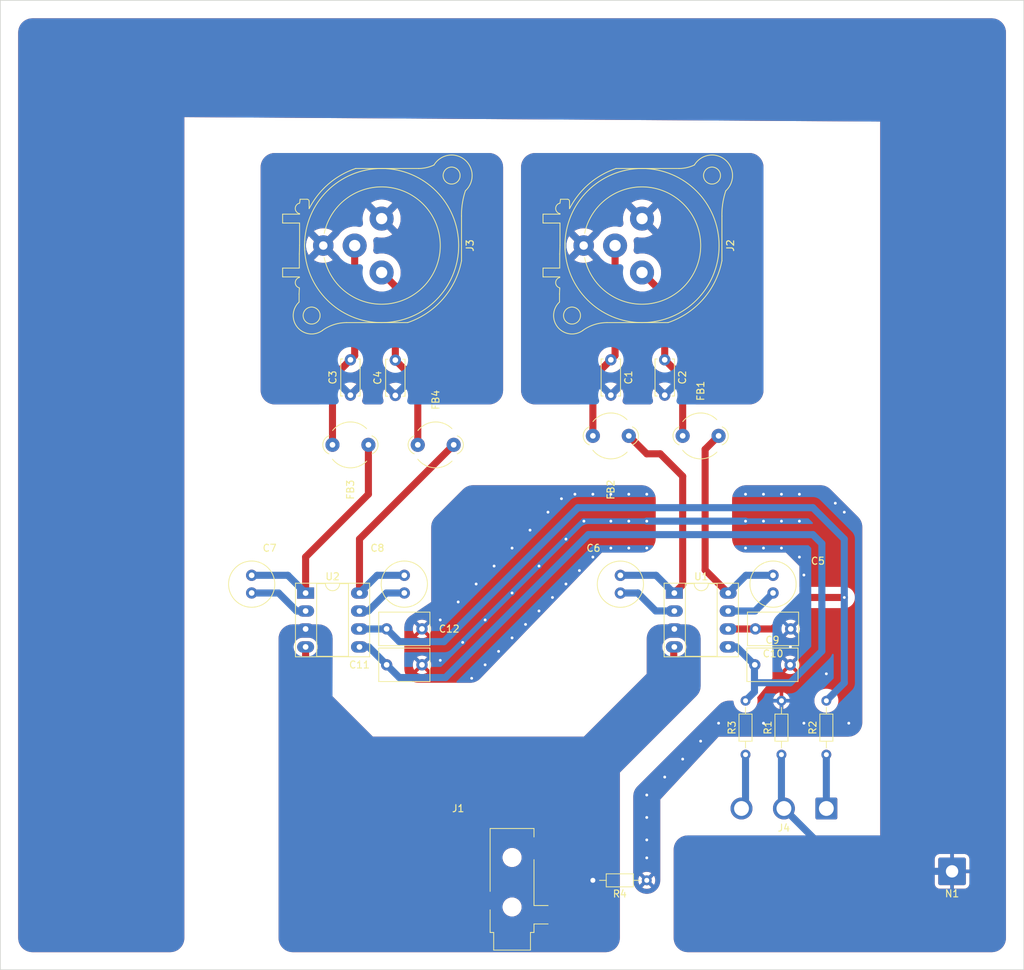
<source format=kicad_pcb>
(kicad_pcb (version 20211014) (generator pcbnew)
  (title_block (comment 4 "PCBWay Project ID: 23d67c96-e95e-47c2-b902-2d359d239f41"))
  (layers (0 "F.Cu" signal) (31 "B.Cu" signal) (34 "B.Paste" user) (35 "F.Paste" user) (36 "B.SilkS" user "B.Silkscreen") (37 "F.SilkS" user "F.Silkscreen") (38 "B.Mask" user) (39 "F.Mask" user) (44 "Edge.Cuts" user))
  (net 0 "")
  (net 1 "Net-(C5-Pad1)")
  (net 2 "Net-(C5-Pad2)")
  (net 3 "Net-(C6-Pad1)")
  (net 4 "Net-(C6-Pad2)")
  (net 5 "Net-(C7-Pad1)")
  (net 6 "Net-(C7-Pad2)")
  (net 7 "Net-(C8-Pad1)")
  (net 8 "Net-(C8-Pad2)")
  (net 9 "Net-(C1-Pad2)")
  (net 10 "Net-(C3-Pad1)")
  (net 11 "VEE")
  (net 12 "VCC")
  (net 13 "GNDA")
  (net 14 "Net-(C2-Pad1)")
  (net 15 "Net-(C1-Pad1)")
  (net 16 "Net-(C4-Pad2)")
  (net 17 "Net-(C3-Pad2)")
  (net 18 "Net-(J1-PadR)")
  (net 19 "Net-(J1-PadT)")
  (net 20 "PWR.GND")
  (net 21 "PWR.VCC")
  (net 22 "PWR.VEE")
  (net 23 "GNDPWR")
  (footprint "Ferrite_THT:LairdTech_28C0236-0JW-10" (layer "F.Cu") (at 77.47 99.695 180)
    (fp_text reference "FB3" (at 2.54 -6.35 90) (layer "F.SilkS"))
    (fp_text value "RF choke")
    (fp_arc (start 5.588 -1.27) (mid 6.447832 0) (end 5.588 1.27) (layer "F.SilkS") (width 0.12))
    (fp_arc (start 5.064465 2.019572) (mid 2.71878 3.227946) (end 0.254 2.286) (layer "F.SilkS") (width 0.12))
    (fp_arc (start 0.239932 -2.300068) (mid 2.71988 -3.24781) (end 5.08 -2.032) (layer "F.SilkS") (width 0.12))
    (fp_arc (start -0.508 1.27) (mid -1.367832 0) (end -0.508 -1.27) (layer "F.SilkS") (width 0.12))
    (pad "1" thru_hole circle (at 0 0 180) (size 2 2) (drill 0.8) (layers *.Cu *.Mask) (net 6 "Net-(C7-Pad2)"))
    (pad "2" thru_hole circle (at 5.08 0 180) (size 2 2) (drill 0.8) (layers *.Cu *.Mask) (net 17 "Net-(C3-Pad2)"))
  )
  (footprint "Ferrite_THT:LairdTech_28C0236-0JW-10" (layer "F.Cu") (at 89.535 99.695 180)
    (fp_text reference "FB4" (at 2.54 6.35 90) (layer "F.SilkS"))
    (fp_text value "RF choke")
    (fp_arc (start 5.064465 2.019572) (mid 2.71878 3.227946) (end 0.254 2.286) (layer "F.SilkS") (width 0.12))
    (fp_arc (start -0.508 1.27) (mid -1.367832 0) (end -0.508 -1.27) (layer "F.SilkS") (width 0.12))
    (fp_arc (start 0.239932 -2.300068) (mid 2.71988 -3.24781) (end 5.08 -2.032) (layer "F.SilkS") (width 0.12))
    (fp_arc (start 5.588 -1.27) (mid 6.447832 0) (end 5.588 1.27) (layer "F.SilkS") (width 0.12))
    (pad "1" thru_hole circle (at 0 0 180) (size 2 2) (drill 0.8) (layers *.Cu *.Mask) (net 8 "Net-(C8-Pad2)"))
    (pad "2" thru_hole circle (at 5.08 0 180) (size 2 2) (drill 0.8) (layers *.Cu *.Mask) (net 16 "Net-(C4-Pad2)"))
  )
  (footprint "Capacitor_THT:C_Rect_L7.0mm_W4.5mm_P5.00mm" (layer "F.Cu") (at 132.12 130.81)
    (fp_text reference "C9" (at 2.5 -3.5) (layer "F.SilkS"))
    (fp_text value "100nF")
    (fp_line (start -1.12 -2.37) (end -1.12 2.37) (layer "F.SilkS") (width 0.12))
    (fp_line (start -1.12 -2.37) (end 6.12 -2.37) (layer "F.SilkS") (width 0.12))
    (fp_line (start 6.12 -2.37) (end 6.12 2.37) (layer "F.SilkS") (width 0.12))
    (fp_line (start -1.12 2.37) (end 6.12 2.37) (layer "F.SilkS") (width 0.12))
    (pad "1" thru_hole circle (at 0 0) (size 1.6 1.6) (drill 0.8) (layers *.Cu *.Mask) (net 11 "VEE"))
    (pad "2" thru_hole circle (at 5 0) (size 1.6 1.6) (drill 0.8) (layers *.Cu *.Mask) (net 23 "GNDPWR"))
  )
  (footprint "Capacitor_THT:C_Rect_L7.0mm_W4.5mm_P5.00mm" (layer "F.Cu") (at 137.2 125.73 180)
    (fp_text reference "C10" (at 2.5 -3.5) (layer "F.SilkS"))
    (fp_text value "100nF")
    (fp_line (start -1.12 2.37) (end 6.12 2.37) (layer "F.SilkS") (width 0.12))
    (fp_line (start -1.12 -2.37) (end 6.12 -2.37) (layer "F.SilkS") (width 0.12))
    (fp_line (start 6.12 -2.37) (end 6.12 2.37) (layer "F.SilkS") (width 0.12))
    (fp_line (start -1.12 -2.37) (end -1.12 2.37) (layer "F.SilkS") (width 0.12))
    (pad "1" thru_hole circle (at 0 0 180) (size 1.6 1.6) (drill 0.8) (layers *.Cu *.Mask) (net 23 "GNDPWR"))
    (pad "2" thru_hole circle (at 5 0 180) (size 1.6 1.6) (drill 0.8) (layers *.Cu *.Mask) (net 12 "VCC"))
  )
  (footprint "Resistor_THT:R_Axial_DIN0204_L3.6mm_D1.6mm_P7.62mm_Horizontal" (layer "F.Cu") (at 130.81 143.51 90)
    (fp_text reference "R3" (at 3.81 -1.92 90) (layer "F.SilkS"))
    (fp_text value "0R")
    (fp_line (start 6.68 0) (end 5.73 0) (layer "F.SilkS") (width 0.12))
    (fp_line (start 0.94 0) (end 1.89 0) (layer "F.SilkS") (width 0.12))
    (fp_line (start 1.89 -0.92) (end 1.89 0.92) (layer "F.SilkS") (width 0.12))
    (fp_line (start 1.89 0.92) (end 5.73 0.92) (layer "F.SilkS") (width 0.12))
    (fp_line (start 5.73 0.92) (end 5.73 -0.92) (layer "F.SilkS") (width 0.12))
    (fp_line (start 5.73 -0.92) (end 1.89 -0.92) (layer "F.SilkS") (width 0.12))
    (pad "1" thru_hole circle (at 0 0 90) (size 1.4 1.4) (drill 0.7) (layers *.Cu *.Mask) (net 22 "PWR.VEE"))
    (pad "2" thru_hole oval (at 7.62 0 90) (size 1.4 1.4) (drill 0.7) (layers *.Cu *.Mask) (net 11 "VEE"))
  )
  (footprint "Capacitor_THT:C_Disc_D5.0mm_W2.5mm_P5.00mm" (layer "F.Cu") (at 81.28 92.71 90)
    (fp_text reference "C4" (at 2.5 -2.5 90) (layer "F.SilkS"))
    (fp_text value "100pF")
    (fp_line (start 5.12 -1.37) (end 5.12 -1.055) (layer "F.SilkS") (width 0.12))
    (fp_line (start 5.12 1.055) (end 5.12 1.37) (layer "F.SilkS") (width 0.12))
    (fp_line (start -0.12 1.055) (end -0.12 1.37) (layer "F.SilkS") (width 0.12))
    (fp_line (start -0.12 -1.37) (end -0.12 -1.055) (layer "F.SilkS") (width 0.12))
    (fp_line (start -0.12 1.37) (end 5.12 1.37) (layer "F.SilkS") (width 0.12))
    (fp_line (start -0.12 -1.37) (end 5.12 -1.37) (layer "F.SilkS") (width 0.12))
    (pad "1" thru_hole circle (at 0 0 90) (size 1.6 1.6) (drill 0.8) (layers *.Cu *.Mask) (net 10 "Net-(C3-Pad1)"))
    (pad "2" thru_hole circle (at 5 0 90) (size 1.6 1.6) (drill 0.8) (layers *.Cu *.Mask) (net 16 "Net-(C4-Pad2)"))
  )
  (footprint "Capacitor_THT:C_Disc_D5.0mm_W2.5mm_P5.00mm" (layer "F.Cu") (at 111.76 87.67 -90)
    (fp_text reference "C1" (at 2.5 -2.5 -270) (layer "F.SilkS"))
    (fp_text value "100pF")
    (fp_line (start 5.12 1.055) (end 5.12 1.37) (layer "F.SilkS") (width 0.12))
    (fp_line (start -0.12 1.37) (end 5.12 1.37) (layer "F.SilkS") (width 0.12))
    (fp_line (start -0.12 1.055) (end -0.12 1.37) (layer "F.SilkS") (width 0.12))
    (fp_line (start 5.12 -1.37) (end 5.12 -1.055) (layer "F.SilkS") (width 0.12))
    (fp_line (start -0.12 -1.37) (end -0.12 -1.055) (layer "F.SilkS") (width 0.12))
    (fp_line (start -0.12 -1.37) (end 5.12 -1.37) (layer "F.SilkS") (width 0.12))
    (pad "1" thru_hole circle (at 0 0 270) (size 1.6 1.6) (drill 0.8) (layers *.Cu *.Mask) (net 15 "Net-(C1-Pad1)"))
    (pad "2" thru_hole circle (at 5 0 270) (size 1.6 1.6) (drill 0.8) (layers *.Cu *.Mask) (net 9 "Net-(C1-Pad2)"))
  )
  (footprint "Connector_Wire:SolderWire-1.5sqmm_1x03_P6mm_D1.7mm_OD3mm" (layer "F.Cu") (at 142.24 151.13 180)
    (fp_text reference "J4" (at 6 -2.75) (layer "F.SilkS"))
    (fp_text value "PWR ENTRY")
    (pad "1" thru_hole roundrect (at 0 0 180) (size 3.1 3.1) (drill 2.1) (layers *.Cu *.Mask) (roundrect_rratio 0.08064483871) (net 21 "PWR.VCC"))
    (pad "2" thru_hole circle (at 6 0 180) (size 3.1 3.1) (drill 2.1) (layers *.Cu *.Mask) (net 20 "PWR.GND"))
    (pad "3" thru_hole circle (at 12 0 180) (size 3.1 3.1) (drill 2.1) (layers *.Cu *.Mask) (net 22 "PWR.VEE"))
  )
  (footprint "Capacitor_THT:C_Rect_L7.0mm_W4.5mm_P5.00mm" (layer "F.Cu") (at 80.05 130.81)
    (fp_text reference "C11" (at -3.85 0) (layer "F.SilkS"))
    (fp_text value "100nF")
    (fp_line (start 6.12 -2.37) (end 6.12 2.37) (layer "F.SilkS") (width 0.12))
    (fp_line (start -1.12 -2.37) (end 6.12 -2.37) (layer "F.SilkS") (width 0.12))
    (fp_line (start -1.12 -2.37) (end -1.12 2.37) (layer "F.SilkS") (width 0.12))
    (fp_line (start -1.12 2.37) (end 6.12 2.37) (layer "F.SilkS") (width 0.12))
    (pad "1" thru_hole circle (at 0 0) (size 1.6 1.6) (drill 0.8) (layers *.Cu *.Mask) (net 11 "VEE"))
    (pad "2" thru_hole circle (at 5 0) (size 1.6 1.6) (drill 0.8) (layers *.Cu *.Mask) (net 23 "GNDPWR"))
  )
  (footprint "Package_DIP:DIP-8_W7.62mm_Socket_LongPads" (layer "F.Cu") (at 120.74 120.66)
    (fp_text reference "U1" (at 3.81 -2.33) (layer "F.SilkS"))
    (fp_text value "THAT1646")
    (fp_line (start 1.56 8.95) (end 6.06 8.95) (layer "F.SilkS") (width 0.12))
    (fp_line (start 2.81 -1.33) (end 1.56 -1.33) (layer "F.SilkS") (width 0.12))
    (fp_line (start 6.06 8.95) (end 6.06 -1.33) (layer "F.SilkS") (width 0.12))
    (fp_line (start -1.44 -1.39) (end -1.44 9.01) (layer "F.SilkS") (width 0.12))
    (fp_line (start -1.44 9.01) (end 9.06 9.01) (layer "F.SilkS") (width 0.12))
    (fp_line (start 1.56 -1.33) (end 1.56 8.95) (layer "F.SilkS") (width 0.12))
    (fp_line (start 9.06 -1.39) (end -1.44 -1.39) (layer "F.SilkS") (width 0.12))
    (fp_line (start 9.06 9.01) (end 9.06 -1.39) (layer "F.SilkS") (width 0.12))
    (fp_line (start 6.06 -1.33) (end 4.81 -1.33) (layer "F.SilkS") (width 0.12))
    (fp_arc (start 4.81 -1.33) (mid 3.81 -0.33) (end 2.81 -1.33) (layer "F.SilkS") (width 0.12))
    (pad "1" thru_hole rect (at 0 0) (size 2.4 1.6) (drill 0.8) (layers *.Cu *.Mask) (net 4 "Net-(C6-Pad2)"))
    (pad "2" thru_hole oval (at 0 2.54) (size 2.4 1.6) (drill 0.8) (layers *.Cu *.Mask) (net 3 "Net-(C6-Pad1)"))
    (pad "3" thru_hole oval (at 0 5.08) (size 2.4 1.6) (drill 0.8) (layers *.Cu *.Mask) (net 13 "GNDA"))
    (pad "4" thru_hole oval (at 0 7.62) (size 2.4 1.6) (drill 0.8) (layers *.Cu *.Mask) (net 19 "Net-(J1-PadT)"))
    (pad "5" thru_hole oval (at 7.62 7.62) (size 2.4 1.6) (drill 0.8) (layers *.Cu *.Mask) (net 11 "VEE"))
    (pad "6" thru_hole oval (at 7.62 5.08) (size 2.4 1.6) (drill 0.8) (layers *.Cu *.Mask) (net 12 "VCC"))
    (pad "7" thru_hole oval (at 7.62 2.54) (size 2.4 1.6) (drill 0.8) (layers *.Cu *.Mask) (net 1 "Net-(C5-Pad1)"))
    (pad "8" thru_hole oval (at 7.62 0) (size 2.4 1.6) (drill 0.8) (layers *.Cu *.Mask) (net 2 "Net-(C5-Pad2)"))
  )
  (footprint "Resistor_THT:R_Axial_DIN0204_L3.6mm_D1.6mm_P7.62mm_Horizontal" (layer "F.Cu") (at 116.84 161.29 180)
    (fp_text reference "R4" (at 3.81 -1.92) (layer "F.SilkS"))
    (fp_text value "0R")
    (fp_line (start 5.73 0.92) (end 5.73 -0.92) (layer "F.SilkS") (width 0.12))
    (fp_line (start 1.89 -0.92) (end 1.89 0.92) (layer "F.SilkS") (width 0.12))
    (fp_line (start 6.68 0) (end 5.73 0) (layer "F.SilkS") (width 0.12))
    (fp_line (start 5.73 -0.92) (end 1.89 -0.92) (layer "F.SilkS") (width 0.12))
    (fp_line (start 0.94 0) (end 1.89 0) (layer "F.SilkS") (width 0.12))
    (fp_line (start 1.89 0.92) (end 5.73 0.92) (layer "F.SilkS") (width 0.12))
    (pad "1" thru_hole circle (at 0 0 180) (size 1.4 1.4) (drill 0.7) (layers *.Cu *.Mask) (net 23 "GNDPWR"))
    (pad "2" thru_hole oval (at 7.62 0 180) (size 1.4 1.4) (drill 0.7) (layers *.Cu *.Mask) (net 13 "GNDA"))
  )
  (footprint "Capacitor_THT:C_Disc_D5.0mm_W2.5mm_P5.00mm" (layer "F.Cu") (at 74.93 92.67 90)
    (fp_text reference "C3" (at 2.5 -2.5 90) (layer "F.SilkS"))
    (fp_text value "100pF")
    (fp_line (start -0.12 -1.37) (end 5.12 -1.37) (layer "F.SilkS") (width 0.12))
    (fp_line (start 5.12 1.055) (end 5.12 1.37) (layer "F.SilkS") (width 0.12))
    (fp_line (start -0.12 -1.37) (end -0.12 -1.055) (layer "F.SilkS") (width 0.12))
    (fp_line (start 5.12 -1.37) (end 5.12 -1.055) (layer "F.SilkS") (width 0.12))
    (fp_line (start -0.12 1.37) (end 5.12 1.37) (layer "F.SilkS") (width 0.12))
    (fp_line (start -0.12 1.055) (end -0.12 1.37) (layer "F.SilkS") (width 0.12))
    (pad "1" thru_hole circle (at 0 0 90) (size 1.6 1.6) (drill 0.8) (layers *.Cu *.Mask) (net 10 "Net-(C3-Pad1)"))
    (pad "2" thru_hole circle (at 5 0 90) (size 1.6 1.6) (drill 0.8) (layers *.Cu *.Mask) (net 17 "Net-(C3-Pad2)"))
  )
  (footprint "Capacitor_THT:C_Radial_D6.3mm_H11.0mm_P2.50mm" (layer "F.Cu") (at 113.11 120.66 90)
    (fp_text reference "C6" (at 6.35 -3.81 180) (layer "F.SilkS"))
    (fp_text value "10uF NP")
    (fp_circle (center 1.25 0) (end 4.52 0) (layer "F.SilkS") (width 0.12) (fill none))
    (pad "1" thru_hole circle (at 0 0 90) (size 1.6 1.6) (drill 0.8) (layers *.Cu *.Mask) (net 3 "Net-(C6-Pad1)"))
    (pad "2" thru_hole circle (at 2.5 0 90) (size 1.6 1.6) (drill 0.8) (layers *.Cu *.Mask) (net 4 "Net-(C6-Pad2)"))
  )
  (footprint "Resistor_THT:R_Axial_DIN0204_L3.6mm_D1.6mm_P7.62mm_Horizontal" (layer "F.Cu") (at 135.89 143.51 90)
    (fp_text reference "R1" (at 3.81 -1.92 90) (layer "F.SilkS"))
    (fp_text value "0R")
    (fp_line (start 1.89 0.92) (end 5.73 0.92) (layer "F.SilkS") (width 0.12))
    (fp_line (start 6.68 0) (end 5.73 0) (layer "F.SilkS") (width 0.12))
    (fp_line (start 5.73 -0.92) (end 1.89 -0.92) (layer "F.SilkS") (width 0.12))
    (fp_line (start 0.94 0) (end 1.89 0) (layer "F.SilkS") (width 0.12))
    (fp_line (start 5.73 0.92) (end 5.73 -0.92) (layer "F.SilkS") (width 0.12))
    (fp_line (start 1.89 -0.92) (end 1.89 0.92) (layer "F.SilkS") (width 0.12))
    (pad "1" thru_hole circle (at 0 0 90) (size 1.4 1.4) (drill 0.7) (layers *.Cu *.Mask) (net 20 "PWR.GND"))
    (pad "2" thru_hole oval (at 7.62 0 90) (size 1.4 1.4) (drill 0.7) (layers *.Cu *.Mask) (net 23 "GNDPWR"))
  )
  (footprint "Connector_Wire:SolderWire-1sqmm_1x01_D1.4mm_OD3.9mm" (layer "F.Cu") (at 160.02 160.02 180)
    (fp_text reference "N1" (at 0 -3.15) (layer "F.SilkS"))
    (fp_text value "CASE SHIELD")
    (pad "1" thru_hole roundrect (at 0 0 180) (size 3.9 3.9) (drill 1.75) (layers *.Cu *.Mask) (roundrect_rratio 0.06410307692) (net 20 "PWR.GND"))
  )
  (footprint "Capacitor_THT:C_Rect_L7.0mm_W4.5mm_P5.00mm" (layer "F.Cu") (at 85.05 125.73 180)
    (fp_text reference "C12" (at -3.85 0) (layer "F.SilkS"))
    (fp_text value "100nF")
    (fp_line (start 6.12 -2.37) (end 6.12 2.37) (layer "F.SilkS") (width 0.12))
    (fp_line (start -1.12 -2.37) (end 6.12 -2.37) (layer "F.SilkS") (width 0.12))
    (fp_line (start -1.12 2.37) (end 6.12 2.37) (layer "F.SilkS") (width 0.12))
    (fp_line (start -1.12 -2.37) (end -1.12 2.37) (layer "F.SilkS") (width 0.12))
    (pad "1" thru_hole circle (at 0 0 180) (size 1.6 1.6) (drill 0.8) (layers *.Cu *.Mask) (net 23 "GNDPWR"))
    (pad "2" thru_hole circle (at 5 0 180) (size 1.6 1.6) (drill 0.8) (layers *.Cu *.Mask) (net 12 "VCC"))
  )
  (footprint "Ferrite_THT:LairdTech_28C0236-0JW-10" (layer "F.Cu") (at 114.3 98.425 180)
    (fp_text reference "FB2" (at 2.54 -7.62 90) (layer "F.SilkS"))
    (fp_text value "RF choke")
    (fp_arc (start 5.588 -1.27) (mid 6.447832 0) (end 5.588 1.27) (layer "F.SilkS") (width 0.12))
    (fp_arc (start 0.239932 -2.300068) (mid 2.71988 -3.24781) (end 5.08 -2.032) (layer "F.SilkS") (width 0.12))
    (fp_arc (start 5.064465 2.019572) (mid 2.71878 3.227946) (end 0.254 2.286) (layer "F.SilkS") (width 0.12))
    (fp_arc (start -0.508 1.27) (mid -1.367832 0) (end -0.508 -1.27) (layer "F.SilkS") (width 0.12))
    (pad "1" thru_hole circle (at 0 0 180) (size 2 2) (drill 0.8) (layers *.Cu *.Mask) (net 4 "Net-(C6-Pad2)"))
    (pad "2" thru_hole circle (at 5.08 0 180) (size 2 2) (drill 0.8) (layers *.Cu *.Mask) (net 15 "Net-(C1-Pad1)"))
  )
  (footprint "Connector_Audio:Jack_XLR_Neutrik_NC3MAV_Vertical" (layer "F.Cu") (at 79.34 67.7 -90)
    (fp_text reference "J3" (at 3.81 -12.5 90) (layer "F.SilkS"))
    (fp_text value "Right Output")
    (fp_line (start 14.71 -3.67) (end 14.71 4.95) (layer "F.SilkS") (width 0.12))
    (fp_line (start 8.24 11.64) (end 8.33 11.64) (layer "F.SilkS") (width 0.12))
    (fp_line (start -7.09 3.67) (end -7.09 -5.24) (layer "F.SilkS") (width 0.12))
    (fp_line (start 7 11.64) (end 7 14) (layer "F.SilkS") (width 0.12))
    (fp_line (start 8.24 11.64) (end 8.24 14) (layer "F.SilkS") (width 0.12))
    (fp_line (start 9.96 11.64) (end 10.66 11.67) (layer "F.SilkS") (width 0.12))
    (fp_line (start -0.63 11.6) (end -0.63 14) (layer "F.SilkS") (width 0.12))
    (fp_line (start 3.76 11.6) (end 5 11.64) (layer "F.SilkS") (width 0.12))
    (fp_line (start 8.24 14) (end 7 14) (layer "F.SilkS") (width 0.12))
    (fp_line (start 9.79 11.64) (end 9.96 11.64) (layer "F.SilkS") (width 0.12))
    (fp_line (start -0.7 11.6) (end -0.63 11.6) (layer "F.SilkS") (width 0.12))
    (fp_line (start 10.66 11.67) (end 11.8 11.67) (layer "F.SilkS") (width 0.12))
    (fp_line (start -2.74 11.53) (end -2.18 11.6) (layer "F.SilkS") (width 0.12))
    (fp_line (start 5 11.64) (end 7 11.64) (layer "F.SilkS") (width 0.12))
    (fp_line (start -2.74 11.53) (end -2.74 10.55) (layer "F.SilkS") (width 0.12))
    (fp_line (start 0.63 11.6) (end 0.63 14) (layer "F.SilkS") (width 0.12))
    (fp_line (start 5.95 -11.3) (end -0.36 -11.3) (layer "F.SilkS") (width 0.12))
    (fp_line (start 0.63 11.6) (end 3.76 11.6) (layer "F.SilkS") (width 0.12))
    (fp_line (start -1.41 10.25) (end -2.44 10.25) (layer "F.SilkS") (width 0.12))
    (fp_line (start 0.63 14) (end -0.63 14) (layer "F.SilkS") (width 0.12))
    (fp_arc (start 5.963496 -11.297847) (mid 11.369395 -8.668013) (end 14.71 -3.67) (layer "F.SilkS") (width 0.12))
    (fp_arc (start -2.74 10.55) (mid -2.652132 10.337868) (end -2.44 10.25) (layer "F.SilkS") (width 0.12))
    (fp_arc (start -7.593301 -7.417041) (mid -8.329941 -11.745986) (end -3.94 -11.85) (layer "F.SilkS") (width 0.12))
    (fp_arc (start 9.789694 11.641238) (mid 9.059362 12.211864) (end 8.33 11.64) (layer "F.SilkS") (width 0.12))
    (fp_arc (start 15.818809 8.372281) (mid 15.361853 11.913053) (end 11.8 11.67) (layer "F.SilkS") (width 0.12))
    (fp_arc (start -1.409988 10.248445) (mid -4.895314 7.51641) (end -7.09 3.67) (layer "F.SilkS") (width 0.12))
    (fp_arc (start -7.585604 -7.412632) (mid -7.215472 -6.354221) (end -7.09 -5.24) (layer "F.SilkS") (width 0.12))
    (fp_arc (start 2.1 8.12) (mid 3.816114 -8.2981) (end 5.508033 8.122511) (layer "F.SilkS") (width 0.12))
    (fp_arc (start -0.36 -11.3) (mid -2.1728 -11.424322) (end -3.939109 -11.850762) (layer "F.SilkS") (width 0.12))
    (fp_arc (start -0.699936 11.599661) (mid -1.439828 12.213127) (end -2.18 11.6) (layer "F.SilkS") (width 0.12))
    (fp_arc (start 15.815277 8.372002) (mid 14.993173 6.748036) (end 14.71 4.95) (layer "F.SilkS") (width 0.12))
    (fp_circle (center 13.71 9.9) (end 14.91 9.9) (layer "F.SilkS") (width 0.12) (fill none))
    (fp_circle (center -6.09 -9.9) (end -4.89 -9.9) (layer "F.SilkS") (width 0.12) (fill none))
    (fp_circle (center 3.81 0) (end 14.71 0) (layer "F.SilkS") (width 0.12) (fill none))
    (pad "1" thru_hole circle (at 0 0 270) (size 3.4 3.4) (drill 1.6) (layers *.Cu *.Mask) (net 10 "Net-(C3-Pad1)"))
    (pad "2" thru_hole circle (at 7.62 0 270) (size 3.4 3.4) (drill 1.6) (layers *.Cu *.Mask) (net 16 "Net-(C4-Pad2)"))
    (pad "3" thru_hole circle (at 3.81 3.81 270) (size 3.4 3.4) (drill 1.6) (layers *.Cu *.Mask) (net 17 "Net-(C3-Pad2)"))
    (pad "G" thru_hole circle (at 3.81 8.25 270) (size 2.9 2.9) (drill 1.2) (layers *.Cu *.Mask) (net 10 "Net-(C3-Pad1)"))
  )
  (footprint "Resistor_THT:R_Axial_DIN0204_L3.6mm_D1.6mm_P7.62mm_Horizontal" (layer "F.Cu") (at 142.24 143.51 90)
    (fp_text reference "R2" (at 3.81 -1.92 90) (layer "F.SilkS"))
    (fp_text value "0R")
    (fp_line (start 6.68 0) (end 5.73 0) (layer "F.SilkS") (width 0.12))
    (fp_line (start 5.73 0.92) (end 5.73 -0.92) (layer "F.SilkS") (width 0.12))
    (fp_line (start 1.89 -0.92) (end 1.89 0.92) (layer "F.SilkS") (width 0.12))
    (fp_line (start 0.94 0) (end 1.89 0) (layer "F.SilkS") (width 0.12))
    (fp_line (start 5.73 -0.92) (end 1.89 -0.92) (layer "F.SilkS") (width 0.12))
    (fp_line (start 1.89 0.92) (end 5.73 0.92) (layer "F.SilkS") (width 0.12))
    (pad "1" thru_hole circle (at 0 0 90) (size 1.4 1.4) (drill 0.7) (layers *.Cu *.Mask) (net 21 "PWR.VCC"))
    (pad "2" thru_hole oval (at 7.62 0 90) (size 1.4 1.4) (drill 0.7) (layers *.Cu *.Mask) (net 12 "VCC"))
  )
  (footprint "Connector_Audio:Jack_3.5mm_CUI_SJ-3523-SMT_Horizontal" (layer "F.Cu") (at 97.79 162.56 180)
    (fp_text reference "J1" (at 7.62 11.43) (layer "F.SilkS"))
    (fp_text value "StereoIn")
    (fp_line (start 2.6 -8.6) (end 2.6 -6.1) (layer "F.SilkS") (width 0.12))
    (fp_line (start -2.6 -8.6) (end 2.6 -8.6) (layer "F.SilkS") (width 0.12))
    (fp_line (start -3.1 -2.3) (end -5.1 -2.3) (layer "F.SilkS") (width 0.12))
    (fp_line (start -3.1 4.2) (end -3.1 -2.3) (layer "F.SilkS") (width 0.12))
    (fp_line (start -2.6 -6.1) (end -2.6 -8.6) (layer "F.SilkS") (width 0.12))
    (fp_line (start 3.1 -6.1) (end 3.1 -2.9) (layer "F.SilkS") (width 0.12))
    (fp_line (start 2.6 -6.1) (end 3.1 -6.1) (layer "F.SilkS") (width 0.12))
    (fp_line (start -3.1 -4.9) (end -3.1 -6.1) (layer "F.SilkS") (width 0.12))
    (fp_line (start -3.1 8.6) (end -3.1 7.4) (layer "F.SilkS") (width 0.12))
    (fp_line (start -3.1 -6.1) (end -2.6 -6.1) (layer "F.SilkS") (width 0.12))
    (fp_line (start 3.1 8.6) (end -3.1 8.6) (layer "F.SilkS") (width 0.12))
    (fp_line (start 3.1 -0.3) (end 3.1 8.6) (layer "F.SilkS") (width 0.12))
    (fp_line (start -3.1 -4.9) (end -5.1 -4.9) (layer "F.SilkS") (width 0.12))
    (pad "" np_thru_hole circle (at 0 -2.5 180) (size 1.7 1.7) (drill 1.7) (layers *.Cu *.Mask))
    (pad "" np_thru_hole circle (at 0 4.5 180) (size 1.7 1.7) (drill 1.7) (layers *.Cu *.Mask))
    (pad "R" smd rect (at 3.7 -1.6 180) (size 2.8 2.2) (layers "F.Cu" "F.Paste" "F.Mask") (net 18 "Net-(J1-PadR)"))
    (pad "S" smd rect (at -3.7 -3.6 180) (size 2.8 2.2) (layers "F.Cu" "F.Paste" "F.Mask") (net 13 "GNDA"))
    (pad "T" smd rect (at -3.7 5.8 180) (size 2.8 2.8) (layers "F.Cu" "F.Paste" "F.Mask") (net 19 "Net-(J1-PadT)"))
  )
  (footprint "Capacitor_THT:C_Disc_D5.0mm_W2.5mm_P5.00mm" (layer "F.Cu") (at 119.38 87.67 -90)
    (fp_text reference "C2" (at 2.5 -2.5 -270) (layer "F.SilkS"))
    (fp_text value "100pF")
    (fp_line (start -0.12 1.055) (end -0.12 1.37) (layer "F.SilkS") (width 0.12))
    (fp_line (start -0.12 -1.37) (end -0.12 -1.055) (layer "F.SilkS") (width 0.12))
    (fp_line (start -0.12 -1.37) (end 5.12 -1.37) (layer "F.SilkS") (width 0.12))
    (fp_line (start -0.12 1.37) (end 5.12 1.37) (layer "F.SilkS") (width 0.12))
    (fp_line (start 5.12 -1.37) (end 5.12 -1.055) (layer "F.SilkS") (width 0.12))
    (fp_line (start 5.12 1.055) (end 5.12 1.37) (layer "F.SilkS") (width 0.12))
    (pad "1" thru_hole circle (at 0 0 270) (size 1.6 1.6) (drill 0.8) (layers *.Cu *.Mask) (net 14 "Net-(C2-Pad1)"))
    (pad "2" thru_hole circle (at 5 0 270) (size 1.6 1.6) (drill 0.8) (layers *.Cu *.Mask) (net 9 "Net-(C1-Pad2)"))
  )
  (footprint "Capacitor_THT:C_Radial_D6.3mm_H11.0mm_P2.50mm" (layer "F.Cu") (at 82.55 120.65 90)
    (fp_text reference "C8" (at 6.35 -3.81 180) (layer "F.SilkS"))
    (fp_text value "10uF NP")
    (fp_circle (center 1.25 0) (end 4.52 0) (layer "F.SilkS") (width 0.12) (fill none))
    (pad "1" thru_hole circle (at 0 0 90) (size 1.6 1.6) (drill 0.8) (layers *.Cu *.Mask) (net 7 "Net-(C8-Pad1)"))
    (pad "2" thru_hole circle (at 2.5 0 90) (size 1.6 1.6) (drill 0.8) (layers *.Cu *.Mask) (net 8 "Net-(C8-Pad2)"))
  )
  (footprint "Capacitor_THT:C_Radial_D6.3mm_H11.0mm_P2.50mm" (layer "F.Cu") (at 60.96 120.65 90)
    (fp_text reference "C7" (at 6.35 2.54 180) (layer "F.SilkS"))
    (fp_text value "10uF NP")
    (fp_circle (center 1.25 0) (end 4.52 0) (layer "F.SilkS") (width 0.12) (fill none))
    (pad "1" thru_hole circle (at 0 0 90) (size 1.6 1.6) (drill 0.8) (layers *.Cu *.Mask) (net 5 "Net-(C7-Pad1)"))
    (pad "2" thru_hole circle (at 2.5 0 90) (size 1.6 1.6) (drill 0.8) (layers *.Cu *.Mask) (net 6 "Net-(C7-Pad2)"))
  )
  (footprint "Package_DIP:DIP-8_W7.62mm_Socket_LongPads" (layer "F.Cu") (at 68.59 120.66)
    (fp_text reference "U2" (at 3.81 -2.33) (layer "F.SilkS"))
    (fp_text value "THAT1646")
    (fp_line (start 9.06 9.01) (end 9.06 -1.39) (layer "F.SilkS") (width 0.12))
    (fp_line (start 1.56 -1.33) (end 1.56 8.95) (layer "F.SilkS") (width 0.12))
    (fp_line (start 6.06 -1.33) (end 4.81 -1.33) (layer "F.SilkS") (width 0.12))
    (fp_line (start 6.06 8.95) (end 6.06 -1.33) (layer "F.SilkS") (width 0.12))
    (fp_line (start 2.81 -1.33) (end 1.56 -1.33) (layer "F.SilkS") (width 0.12))
    (fp_line (start 1.56 8.95) (end 6.06 8.95) (layer "F.SilkS") (width 0.12))
    (fp_line (start 9.06 -1.39) (end -1.44 -1.39) (layer "F.SilkS") (width 0.12))
    (fp_line (start -1.44 -1.39) (end -1.44 9.01) (layer "F.SilkS") (width 0.12))
    (fp_line (start -1.44 9.01) (end 9.06 9.01) (layer "F.SilkS") (width 0.12))
    (fp_arc (start 4.81 -1.33) (mid 3.81 -0.33) (end 2.81 -1.33) (layer "F.SilkS") (width 0.12))
    (pad "1" thru_hole rect (at 0 0) (size 2.4 1.6) (drill 0.8) (layers *.Cu *.Mask) (net 6 "Net-(C7-Pad2)"))
    (pad "2" thru_hole oval (at 0 2.54) (size 2.4 1.6) (drill 0.8) (layers *.Cu *.Mask) (net 5 "Net-(C7-Pad1)"))
    (pad "3" thru_hole oval (at 0 5.08) (size 2.4 1.6) (drill 0.8) (layers *.Cu *.Mask) (net 13 "GNDA"))
    (pad "4" thru_hole oval (at 0 7.62) (size 2.4 1.6) (drill 0.8) (layers *.Cu *.Mask) (net 18 "Net-(J1-PadR)"))
    (pad "5" thru_hole oval (at 7.62 7.62) (size 2.4 1.6) (drill 0.8) (layers *.Cu *.Mask) (net 11 "VEE"))
    (pad "6" thru_hole oval (at 7.62 5.08) (size 2.4 1.6) (drill 0.8) (layers *.Cu *.Mask) (net 12 "VCC"))
    (pad "7" thru_hole oval (at 7.62 2.54) (size 2.4 1.6) (drill 0.8) (layers *.Cu *.Mask) (net 7 "Net-(C8-Pad1)"))
    (pad "8" thru_hole oval (at 7.62 0) (size 2.4 1.6) (drill 0.8) (layers *.Cu *.Mask) (net 8 "Net-(C8-Pad2)"))
  )
  (footprint "Ferrite_THT:LairdTech_28C0236-0JW-10" (layer "F.Cu") (at 127 98.425 180)
    (fp_text reference "FB1" (at 2.54 6.35 90) (layer "F.SilkS"))
    (fp_text value "RF choke")
    (fp_arc (start -0.508 1.27) (mid -1.367832 0) (end -0.508 -1.27) (layer "F.SilkS") (width 0.12))
    (fp_arc (start 5.064465 2.019572) (mid 2.71878 3.227946) (end 0.254 2.286) (layer "F.SilkS") (width 0.12))
    (fp_arc (start 0.239932 -2.300068) (mid 2.71988 -3.24781) (end 5.08 -2.032) (layer "F.SilkS") (width 0.12))
    (fp_arc (start 5.588 -1.27) (mid 6.447832 0) (end 5.588 1.27) (layer "F.SilkS") (width 0.12))
    (pad "1" thru_hole circle (at 0 0 180) (size 2 2) (drill 0.8) (layers *.Cu *.Mask) (net 2 "Net-(C5-Pad2)"))
    (pad "2" thru_hole circle (at 5.08 0 180) (size 2 2) (drill 0.8) (layers *.Cu *.Mask) (net 14 "Net-(C2-Pad1)"))
  )
  (footprint "Capacitor_THT:C_Radial_D6.3mm_H11.0mm_P2.50mm" (layer "F.Cu") (at 134.7 120.65 90)
    (fp_text reference "C5" (at 4.52 6.35 180) (layer "F.SilkS"))
    (fp_text value "10uF NP")
    (fp_circle (center 1.25 0) (end 4.52 0) (layer "F.SilkS") (width 0.12) (fill none))
    (pad "1" thru_hole circle (at 0 0 90) (size 1.6 1.6) (drill 0.8) (layers *.Cu *.Mask) (net 1 "Net-(C5-Pad1)"))
    (pad "2" thru_hole circle (at 2.5 0 90) (size 1.6 1.6) (drill 0.8) (layers *.Cu *.Mask) (net 2 "Net-(C5-Pad2)"))
  )
  (footprint "Connector_Audio:Jack_XLR_Neutrik_NC3MAV_Vertical" (layer "F.Cu") (at 116.17 67.7 -90)
    (fp_text reference "J2" (at 3.81 -12.5 90) (layer "F.SilkS"))
    (fp_text value "Left Output")
    (fp_line (start 3.76 11.6) (end 5 11.64) (layer "F.SilkS") (width 0.12))
    (fp_line (start 9.79 11.64) (end 9.96 11.64) (layer "F.SilkS") (width 0.12))
    (fp_line (start 8.24 11.64) (end 8.24 14) (layer "F.SilkS") (width 0.12))
    (fp_line (start 8.24 11.64) (end 8.33 11.64) (layer "F.SilkS") (width 0.12))
    (fp_line (start -0.63 11.6) (end -0.63 14) (layer "F.SilkS") (width 0.12))
    (fp_line (start -2.74 11.53) (end -2.18 11.6) (layer "F.SilkS") (width 0.12))
    (fp_line (start -2.74 11.53) (end -2.74 10.55) (layer "F.SilkS") (width 0.12))
    (fp_line (start 7 11.64) (end 7 14) (layer "F.SilkS") (width 0.12))
    (fp_line (start 5 11.64) (end 7 11.64) (layer "F.SilkS") (width 0.12))
    (fp_line (start 0.63 14) (end -0.63 14) (layer "F.SilkS") (width 0.12))
    (fp_line (start 0.63 11.6) (end 3.76 11.6) (layer "F.SilkS") (width 0.12))
    (fp_line (start 0.63 11.6) (end 0.63 14) (layer "F.SilkS") (width 0.12))
    (fp_line (start 14.71 -3.67) (end 14.71 4.95) (layer "F.SilkS") (width 0.12))
    (fp_line (start -0.7 11.6) (end -0.63 11.6) (layer "F.SilkS") (width 0.12))
    (fp_line (start 10.66 11.67) (end 11.8 11.67) (layer "F.SilkS") (width 0.12))
    (fp_line (start -1.41 10.25) (end -2.44 10.25) (layer "F.SilkS") (width 0.12))
    (fp_line (start 9.96 11.64) (end 10.66 11.67) (layer "F.SilkS") (width 0.12))
    (fp_line (start 5.95 -11.3) (end -0.36 -11.3) (layer "F.SilkS") (width 0.12))
    (fp_line (start -7.09 3.67) (end -7.09 -5.24) (layer "F.SilkS") (width 0.12))
    (fp_line (start 8.24 14) (end 7 14) (layer "F.SilkS") (width 0.12))
    (fp_arc (start -2.74 10.55) (mid -2.652132 10.337868) (end -2.44 10.25) (layer "F.SilkS") (width 0.12))
    (fp_arc (start -1.409988 10.248445) (mid -4.895314 7.51641) (end -7.09 3.67) (layer "F.SilkS") (width 0.12))
    (fp_arc (start 15.818809 8.372281) (mid 15.361853 11.913053) (end 11.8 11.67) (layer "F.SilkS") (width 0.12))
    (fp_arc (start -7.585604 -7.412632) (mid -7.215472 -6.354221) (end -7.09 -5.24) (layer "F.SilkS") (width 0.12))
    (fp_arc (start 15.815277 8.372002) (mid 14.993173 6.748036) (end 14.71 4.95) (layer "F.SilkS") (width 0.12))
    (fp_arc (start 9.789694 11.641238) (mid 9.059362 12.211864) (end 8.33 11.64) (layer "F.SilkS") (width 0.12))
    (fp_arc (start -0.36 -11.3) (mid -2.1728 -11.424322) (end -3.939109 -11.850762) (layer "F.SilkS") (width 0.12))
    (fp_arc (start 5.963496 -11.297847) (mid 11.369395 -8.668013) (end 14.71 -3.67) (layer "F.SilkS") (width 0.12))
    (fp_arc (start 2.1 8.12) (mid 3.816114 -8.2981) (end 5.508033 8.122511) (layer "F.SilkS") (width 0.12))
    (fp_arc (start -7.593301 -7.417041) (mid -8.329941 -11.745986) (end -3.94 -11.85) (layer "F.SilkS") (width 0.12))
    (fp_arc (start -0.699936 11.599661) (mid -1.439828 12.213127) (end -2.18 11.6) (layer "F.SilkS") (width 0.12))
    (fp_circle (center 3.81 0) (end 14.71 0) (layer "F.SilkS") (width 0.12) (fill none))
    (fp_circle (center 13.71 9.9) (end 14.91 9.9) (layer "F.SilkS") (width 0.12) (fill none))
    (fp_circle (center -6.09 -9.9) (end -4.89 -9.9) (layer "F.SilkS") (width 0.12) (fill none))
    (pad "1" thru_hole circle (at 0 0 270) (size 3.4 3.4) (drill 1.6) (layers *.Cu *.Mask) (net 9 "Net-(C1-Pad2)"))
    (pad "2" thru_hole circle (at 7.62 0 270) (size 3.4 3.4) (drill 1.6) (layers *.Cu *.Mask) (net 14 "Net-(C2-Pad1)"))
    (pad "3" thru_hole circle (at 3.81 3.81 270) (size 3.4 3.4) (drill 1.6) (layers *.Cu *.Mask) (net 15 "Net-(C1-Pad1)"))
    (pad "G" thru_hole circle (at 3.81 8.25 270) (size 2.9 2.9) (drill 1.2) (layers *.Cu *.Mask) (net 9 "Net-(C1-Pad2)"))
  )
  (gr_rect (start 170.165 36.83) (end 25.415 173.93) (layer "Edge.Cuts") (width 0.1) (fill none))
  (segment (start 132.15 123.2) (end 128.36 123.2) (width 1) (layer "B.Cu") (net 1))
  (segment (start 134.7 120.65) (end 132.15 123.2) (width 1) (layer "B.Cu") (net 1))
  (segment (start 125.095 117.395) (end 125.095 100.33) (width 1) (layer "F.Cu") (net 2))
  (segment (start 125.095 100.33) (end 127 98.425) (width 1) (layer "F.Cu") (net 2))
  (segment (start 128.36 120.66) (end 125.095 117.395) (width 1) (layer "F.Cu") (net 2))
  (segment (start 130.87 118.15) (end 128.36 120.66) (width 1) (layer "B.Cu") (net 2))
  (segment (start 134.7 118.15) (end 130.87 118.15) (width 1) (layer "B.Cu") (net 2))
  (segment (start 120.65 123.19) (end 118.11 123.19) (width 1) (layer "B.Cu") (net 3))
  (segment (start 115.56 120.64) (end 115.55 120.65) (width 1) (layer "B.Cu") (net 3))
  (segment (start 115.55 120.65) (end 113.02 120.65) (width 1) (layer "B.Cu") (net 3))
  (segment (start 118.11 123.19) (end 115.56 120.64) (width 1) (layer "B.Cu") (net 3))
  (segment (start 114.3 98.425) (end 116.84 100.965) (width 1) (layer "F.Cu") (net 4))
  (segment (start 118.745 100.965) (end 121.92 104.14) (width 1) (layer "F.Cu") (net 4))
  (segment (start 121.92 119.48) (end 120.74 120.66) (width 1) (layer "F.Cu") (net 4))
  (segment (start 116.84 100.965) (end 118.745 100.965) (width 1) (layer "F.Cu") (net 4))
  (segment (start 121.92 104.14) (end 121.92 119.48) (width 1) (layer "F.Cu") (net 4))
  (segment (start 113.02 118.15) (end 118.15 118.15) (width 1) (layer "B.Cu") (net 4))
  (segment (start 118.15 118.15) (end 120.65 120.65) (width 1) (layer "B.Cu") (net 4))
  (segment (start 67.32 123.2) (end 68.59 123.2) (width 1) (layer "B.Cu") (net 5))
  (segment (start 60.96 120.65) (end 64.77 120.65) (width 1) (layer "B.Cu") (net 5))
  (segment (start 64.77 120.65) (end 67.32 123.2) (width 1) (layer "B.Cu") (net 5))
  (segment (start 77.47 99.695) (end 77.47 106.68) (width 1) (layer "F.Cu") (net 6))
  (segment (start 68.59 115.56) (end 68.59 120.66) (width 1) (layer "F.Cu") (net 6))
  (segment (start 77.47 106.68) (end 68.59 115.56) (width 1) (layer "F.Cu") (net 6))
  (segment (start 66.08 118.15) (end 68.59 120.66) (width 1) (layer "B.Cu") (net 6))
  (segment (start 60.96 118.15) (end 66.08 118.15) (width 1) (layer "B.Cu") (net 6))
  (segment (start 76.21 123.2) (end 77.46 123.2) (width 1) (layer "B.Cu") (net 7))
  (segment (start 80.01 120.65) (end 82.55 120.65) (width 1) (layer "B.Cu") (net 7))
  (segment (start 77.46 123.2) (end 80.01 120.65) (width 1) (layer "B.Cu") (net 7))
  (segment (start 89.535 99.695) (end 76.21 113.02) (width 1) (layer "F.Cu") (net 8))
  (segment (start 76.21 113.02) (end 76.21 120.66) (width 1) (layer "F.Cu") (net 8))
  (segment (start 76.21 120.66) (end 78.72 118.15) (width 1) (layer "B.Cu") (net 8))
  (segment (start 78.72 118.15) (end 82.55 118.15) (width 1) (layer "B.Cu") (net 8))
  (segment (start 81.849511 132.609511) (end 88.370489 132.609511) (width 1) (layer "B.Cu") (net 11))
  (segment (start 141.605 128.869894) (end 137.129894 133.345) (width 1) (layer "B.Cu") (net 11))
  (segment (start 88.370489 132.609511) (end 108.585 112.395) (width 1) (layer "B.Cu") (net 11))
  (segment (start 80.05 130.81) (end 81.849511 132.609511) (width 1) (layer "B.Cu") (net 11))
  (segment (start 129.545 128.28) (end 132.075 130.81) (width 1) (layer "B.Cu") (net 11))
  (segment (start 141.605 113.665) (end 141.605 128.869894) (width 1) (layer "B.Cu") (net 11))
  (segment (start 76.21 128.28) (end 77.52 128.28) (width 1) (layer "B.Cu") (net 11))
  (segment (start 128.275 128.28) (end 129.545 128.28) (width 1) (layer "B.Cu") (net 11))
  (segment (start 108.585 112.395) (end 140.335 112.395) (width 1) (layer "B.Cu") (net 11))
  (segment (start 140.335 112.395) (end 141.605 113.665) (width 1) (layer "B.Cu") (net 11))
  (segment (start 132.08 134.62) (end 130.81 135.89) (width 1) (layer "B.Cu") (net 11))
  (segment (start 132.075 130.81) (end 132.075 134.62) (width 1) (layer "B.Cu") (net 11))
  (segment (start 77.52 128.28) (end 80.05 130.81) (width 1) (layer "B.Cu") (net 11))
  (segment (start 137.129894 133.345) (end 132.075 133.345) (width 1) (layer "B.Cu") (net 11))
  (segment (start 144.78 121.285) (end 139.100106 121.285) (width 1) (layer "F.Cu") (net 12))
  (segment (start 134.645106 125.74) (end 128.36 125.74) (width 1) (layer "F.Cu") (net 12))
  (segment (start 139.100106 121.285) (end 134.645106 125.74) (width 1) (layer "F.Cu") (net 12))
  (via (at 144.78 121.285) (size 0.8) (drill 0.4) (layers "F.Cu" "B.Cu") (net 12))
  (segment (start 144.78 121.285) (end 144.78 133.35) (width 1) (layer "B.Cu") (net 12))
  (segment (start 144.78 133.35) (end 142.24 135.89) (width 1) (layer "B.Cu") (net 12))
  (segment (start 140.335 108.585) (end 144.78 113.03) (width 1) (layer "B.Cu") (net 12))
  (segment (start 88.159511 127.529511) (end 107.104022 108.585) (width 1) (layer "B.Cu") (net 12))
  (segment (start 76.21 125.74) (end 80.04 125.74) (width 1) (layer "B.Cu") (net 12))
  (segment (start 81.849511 127.529511) (end 88.159511 127.529511) (width 1) (layer "B.Cu") (net 12))
  (segment (start 107.104022 108.585) (end 140.335 108.585) (width 1) (layer "B.Cu") (net 12))
  (segment (start 144.78 113.03) (end 144.78 121.285) (width 1) (layer "B.Cu") (net 12))
  (segment (start 80.04 125.74) (end 80.05 125.73) (width 1) (layer "B.Cu") (net 12))
  (segment (start 80.05 125.73) (end 81.849511 127.529511) (width 1) (layer "B.Cu") (net 12))
  (segment (start 68.59 125.74) (end 68.994905 125.74) (width 1) (layer "F.Cu") (net 13))
  (segment (start 101.81 166.16) (end 101.49 166.16) (width 1) (layer "F.Cu") (net 13))
  (segment (start 116.17 75.32) (end 119.38 78.53) (width 1) (layer "F.Cu") (net 14))
  (segment (start 119.38 87.67) (end 121.92 90.21) (width 1) (layer "F.Cu") (net 14))
  (segment (start 119.38 78.53) (end 119.38 87.67) (width 1) (layer "F.Cu") (net 14))
  (segment (start 121.92 90.21) (end 121.92 98.425) (width 1) (layer "F.Cu") (net 14))
  (segment (start 112.36 87.07) (end 111.76 87.67) (width 1) (layer "F.Cu") (net 15))
  (segment (start 111.76 87.67) (end 109.22 90.21) (width 1) (layer "F.Cu") (net 15))
  (segment (start 109.22 90.21) (end 109.22 98.425) (width 1) (layer "F.Cu") (net 15))
  (segment (start 112.36 71.51) (end 112.36 87.07) (width 1) (layer "F.Cu") (net 15))
  (segment (start 79.34 75.32) (end 81.28 77.26) (width 1) (layer "F.Cu") (net 16))
  (segment (start 81.28 87.71) (end 84.455 90.885) (width 1) (layer "F.Cu") (net 16))
  (segment (start 81.28 77.26) (end 81.28 87.71) (width 1) (layer "F.Cu") (net 16))
  (segment (start 84.455 90.885) (end 84.455 99.695) (width 1) (layer "F.Cu") (net 16))
  (segment (start 75.53 71.51) (end 75.53 87.07) (width 1) (layer "F.Cu") (net 17))
  (segment (start 75.53 87.07) (end 74.93 87.67) (width 1) (layer "F.Cu") (net 17))
  (segment (start 74.93 87.67) (end 72.39 90.21) (width 1) (layer "F.Cu") (net 17))
  (segment (start 72.39 90.21) (end 72.39 99.695) (width 1) (layer "F.Cu") (net 17))
  (segment (start 80.34 164.16) (end 68.58 152.4) (width 1) (layer "F.Cu") (net 18))
  (segment (start 68.59 152.39) (end 68.59 128.28) (width 1) (layer "F.Cu") (net 18))
  (segment (start 68.58 152.4) (end 68.59 152.39) (width 1) (layer "F.Cu") (net 18))
  (segment (start 94.09 164.16) (end 80.34 164.16) (width 1) (layer "F.Cu") (net 18))
  (segment (start 101.49 152.51) (end 120.66 133.34) (width 1) (layer "F.Cu") (net 19))
  (segment (start 120.66 133.34) (end 120.66 128.28) (width 1) (layer "F.Cu") (net 19))
  (segment (start 101.49 156.76) (end 101.49 152.51) (width 1) (layer "F.Cu") (net 19))
  (segment (start 135.89 150.78) (end 136.24 151.13) (width 1) (layer "B.Cu") (net 20))
  (segment (start 135.89 143.51) (end 135.89 150.78) (width 1) (layer "B.Cu") (net 20))
  (segment (start 145.13 160.02) (end 160.02 160.02) (width 1) (layer "B.Cu") (net 20))
  (segment (start 136.24 151.13) (end 145.13 160.02) (width 1) (layer "B.Cu") (net 20))
  (segment (start 142.24 143.51) (end 142.24 149.86) (width 1) (layer "B.Cu") (net 21))
  (segment (start 130.81 143.51) (end 130.81 150.56) (width 1) (layer "B.Cu") (net 22))
  (segment (start 130.81 150.56) (end 130.24 151.13) (width 1) (layer "B.Cu") (net 22))
  (via (at 116.84 149.225) (size 0.8) (drill 0.4) (layers "F.Cu" "B.Cu") (net 23))
  (via (at 93.98 124.46) (size 0.8) (drill 0.4) (layers "F.Cu" "B.Cu") (net 23))
  (via (at 107.95 110.49) (size 0.8) (drill 0.4) (layers "F.Cu" "B.Cu") (net 23))
  (via (at 109.22 106.68) (size 0.8) (drill 0.4) (layers "F.Cu" "B.Cu") (net 23))
  (via (at 135.89 110.49) (size 0.8) (drill 0.4) (layers "F.Cu" "B.Cu") (net 23))
  (via (at 109.22 115.57) (size 0.8) (drill 0.4) (layers "F.Cu" "B.Cu") (net 23))
  (via (at 130.81 106.68) (size 0.8) (drill 0.4) (layers "F.Cu" "B.Cu") (net 23))
  (via (at 116.84 114.3) (size 0.8) (drill 0.4) (layers "F.Cu" "B.Cu") (net 23))
  (via (at 116.84 152.4) (size 0.8) (drill 0.4) (layers "F.Cu" "B.Cu") (net 23))
  (via (at 100.33 111.76) (size 0.8) (drill 0.4) (layers "F.Cu" "B.Cu") (net 23))
  (via (at 143.51 107.95) (size 0.8) (drill 0.4) (layers "F.Cu" "B.Cu") (net 23))
  (via (at 114.3 114.3) (size 0.8) (drill 0.4) (layers "F.Cu" "B.Cu") (net 23))
  (via (at 105.41 119.38) (size 0.8) (drill 0.4) (layers "F.Cu" "B.Cu") (net 23))
  (via (at 135.89 114.3) (size 0.8) (drill 0.4) (layers "F.Cu" "B.Cu") (net 23))
  (via (at 127 139.065) (size 0.8) (drill 0.4) (layers "F.Cu" "B.Cu") (net 23))
  (via (at 99.695 125.095) (size 0.8) (drill 0.4) (layers "F.Cu" "B.Cu") (net 23))
  (via (at 144.78 109.22) (size 0.8) (drill 0.4) (layers "F.Cu" "B.Cu") (net 23))
  (via (at 93.98 130.81) (size 0.8) (drill 0.4) (layers "F.Cu" "B.Cu") (net 23))
  (via (at 138.43 115.57) (size 0.8) (drill 0.4) (layers "F.Cu" "B.Cu") (net 23))
  (via (at 116.84 158.115) (size 0.8) (drill 0.4) (layers "F.Cu" "B.Cu") (net 23))
  (via (at 106.68 106.68) (size 0.8) (drill 0.4) (layers "F.Cu" "B.Cu") (net 23))
  (via (at 124.46 141.605) (size 0.8) (drill 0.4) (layers "F.Cu" "B.Cu") (net 23))
  (via (at 97.79 120.65) (size 0.8) (drill 0.4) (layers "F.Cu" "B.Cu") (net 23))
  (via (at 121.92 144.145) (size 0.8) (drill 0.4) (layers "F.Cu" "B.Cu") (net 23))
  (via (at 111.76 110.49) (size 0.8) (drill 0.4) (layers "F.Cu" "B.Cu") (net 23))
  (via (at 111.76 106.68) (size 0.8) (drill 0.4) (layers "F.Cu" "B.Cu") (net 23))
  (via (at 119.38 146.685) (size 0.8) (drill 0.4) (layers "F.Cu" "B.Cu") (net 23))
  (via (at 87.63 130.175) (size 0.8) (drill 0.4) (layers "F.Cu" "B.Cu") (net 23))
  (via (at 133.35 139.065) (size 0.8) (drill 0.4) (layers "F.Cu" "B.Cu") (net 23))
  (via (at 130.81 110.49) (size 0.8) (drill 0.4) (layers "F.Cu" "B.Cu") (net 23))
  (via (at 111.76 114.3) (size 0.8) (drill 0.4) (layers "F.Cu" "B.Cu") (net 23))
  (via (at 101.6 116.84) (size 0.8) (drill 0.4) (layers "F.Cu" "B.Cu") (net 23))
  (via (at 101.6 123.19) (size 0.8) (drill 0.4) (layers "F.Cu" "B.Cu") (net 23))
  (via (at 97.79 114.3) (size 0.8) (drill 0.4) (layers "F.Cu" "B.Cu") (net 23))
  (via (at 133.35 114.3) (size 0.8) (drill 0.4) (layers "F.Cu" "B.Cu") (net 23))
  (via (at 87.63 124.46) (size 0.8) (drill 0.4) (layers "F.Cu" "B.Cu") (net 23))
  (via (at 116.84 155.575) (size 0.8) (drill 0.4) (layers "F.Cu" "B.Cu") (net 23))
  (via (at 95.885 128.905) (size 0.8) (drill 0.4) (layers "F.Cu" "B.Cu") (net 23))
  (via (at 95.25 116.84) (size 0.8) (drill 0.4) (layers "F.Cu" "B.Cu") (net 23))
  (via (at 130.81 114.3) (size 0.8) (drill 0.4) (layers "F.Cu" "B.Cu") (net 23))
  (via (at 92.075 132.715) (size 0.8) (drill 0.4) (layers "F.Cu" "B.Cu") (net 23))
  (via (at 102.87 109.22) (size 0.8) (drill 0.4) (layers "F.Cu" "B.Cu") (net 23))
  (via (at 139.065 118.11) (size 0.8) (drill 0.4) (layers "F.Cu" "B.Cu") (net 23))
  (via (at 138.43 110.49) (size 0.8) (drill 0.4) (layers "F.Cu" "B.Cu") (net 23))
  (via (at 137.16 128.27) (size 0.8) (drill 0.4) (layers "F.Cu" "B.Cu") (net 23))
  (via (at 116.84 106.68) (size 0.8) (drill 0.4) (layers "F.Cu" "B.Cu") (net 23))
  (via (at 139.065 139.065) (size 0.8) (drill 0.4) (layers "F.Cu" "B.Cu") (net 23))
  (via (at 103.505 121.285) (size 0.8) (drill 0.4) (layers "F.Cu" "B.Cu") (net 23))
  (via (at 133.35 106.68) (size 0.8) (drill 0.4) (layers "F.Cu" "B.Cu") (net 23))
  (via (at 133.35 110.49) (size 0.8) (drill 0.4) (layers "F.Cu" "B.Cu") (net 23))
  (via (at 142.24 132.08) (size 0.8) (drill 0.4) (layers "F.Cu" "B.Cu") (net 23))
  (via (at 97.79 127) (size 0.8) (drill 0.4) (layers "F.Cu" "B.Cu") (net 23))
  (via (at 105.41 113.03) (size 0.8) (drill 0.4) (layers "F.Cu" "B.Cu") (net 23))
  (via (at 114.3 106.68) (size 0.8) (drill 0.4) (layers "F.Cu" "B.Cu") (net 23))
  (via (at 135.89 106.68) (size 0.8) (drill 0.4) (layers "F.Cu" "B.Cu") (net 23))
  (via (at 145.415 139.065) (size 0.8) (drill 0.4) (layers "F.Cu" "B.Cu") (net 23))
  (via (at 114.3 110.49) (size 0.8) (drill 0.4) (layers "F.Cu" "B.Cu") (net 23))
  (via (at 92.71 119.38) (size 0.8) (drill 0.4) (layers "F.Cu" "B.Cu") (net 23))
  (via (at 90.17 121.92) (size 0.8) (drill 0.4) (layers "F.Cu" "B.Cu") (net 23))
  (via (at 90.805 127.635) (size 0.8) (drill 0.4) (layers "F.Cu" "B.Cu") (net 23))
  (via (at 104.775 107.315) (size 0.8) (drill 0.4) (layers "F.Cu" "B.Cu") (net 23))
  (via (at 107.315 117.475) (size 0.8) (drill 0.4) (layers "F.Cu" "B.Cu") (net 23))
  (via (at 116.84 110.49) (size 0.8) (drill 0.4) (layers "F.Cu" "B.Cu") (net 23))
  (via (at 138.43 106.68) (size 0.8) (drill 0.4) (layers "F.Cu" "B.Cu") (net 23))
  (segment (start 139.065 126.365) (end 139.065 118.11) (width 1) (layer "B.Cu") (net 23))
  (segment (start 137.16 128.27) (end 139.065 126.365) (width 1) (layer "B.Cu") (net 23))
  (segment (start 116.84 110.49) (end 130.81 110.49) (width 1) (layer "B.Cu") (net 23))
  (zone (net 23) (net_name "GNDPWR") (layers F&B.Cu) (connect_pads (clearance 1)) (min_thickness 0.254) (fill yes (thermal_gap 0.508) (thermal_bridge_width 0.508) (smoothing fillet) (radius 2))
    (polygon (pts (xy 142.24 105.41) (xy 147.32 110.49) (xy 147.32 140.97) (xy 135.89 140.97) (xy 127 140.97) (xy 118.745 149.86) (xy 118.745 163.195) (xy 114.935 163.195) (xy 114.935 148.59) (xy 127.635 135.89) (xy 132.08 135.89) (xy 134.62 132.715) (xy 134.62 124.46) (xy 138.43 120.65) (xy 138.43 116.84) (xy 136.525 114.935) (xy 128.905 114.935) (xy 128.905 105.41)))
  )
  (zone (net 10) (net_name "Net-(C3-Pad1)") (layers F&B.Cu) (name "OUTSHLD") (priority 2) (connect_pads (clearance 1)) (min_thickness 1) (fill yes (thermal_gap 1) (thermal_bridge_width 1) (smoothing fillet) (radius 2))
    (polygon (pts (xy 96.52 93.98) (xy 62.23 93.98) (xy 62.23 58.42) (xy 96.52 58.42)))
  )
  (zone (net 9) (net_name "Net-(C1-Pad2)") (layers F&B.Cu) (name "OUTSHLD") (priority 2) (connect_pads (clearance 1)) (min_thickness 1) (fill yes (thermal_gap 1) (thermal_bridge_width 1) (smoothing fillet) (radius 2))
    (polygon (pts (xy 133.35 93.98) (xy 99.06 93.98) (xy 99.06 58.42) (xy 133.35 58.42)))
  )
  (zone (net 20) (net_name "PWR.GND") (layers F&B.Cu) (connect_pads (clearance 1)) (min_thickness 0.254) (fill yes (thermal_gap 0.508) (thermal_bridge_width 0.508) (smoothing fillet) (radius 2))
    (polygon (pts (xy 167.64 171.45) (xy 120.65 171.45) (xy 120.65 154.94) (xy 149.86 154.94) (xy 149.86 53.975) (xy 51.435 53.34) (xy 51.435 171.45) (xy 27.94 171.45) (xy 27.94 39.37) (xy 167.64 39.37)))
  )
  (zone (net 13) (net_name "GNDA") (layers F&B.Cu) (name "GNDA") (priority 3) (connect_pads yes (clearance 0.508)) (min_thickness 0.254) (fill yes (thermal_gap 0.508) (thermal_bridge_width 0.508) (smoothing fillet) (radius 2))
    (polygon (pts (xy 124.46 134.62) (xy 113.03 146.05) (xy 113.03 171.45) (xy 64.77 171.45) (xy 64.769058 125.093388) (xy 72.413559 125.093703) (xy 72.39 135.255) (xy 78.105 140.97) (xy 107.95 140.97) (xy 116.84 132.08) (xy 116.84 125.095) (xy 124.46 125.095)))
  )
  (zone (net 23) (net_name "GNDPWR") (layers F&B.Cu) (connect_pads (clearance 1)) (min_thickness 0.254) (fill yes (thermal_gap 0.508) (thermal_bridge_width 0.508) (smoothing fillet) (radius 2))
    (polygon (pts (xy 118.11 105.41) (xy 118.11 114.935) (xy 110.49 114.935) (xy 92.71 133.35) (xy 82.55 133.35) (xy 82.55 124.46) (xy 86.36 121.92) (xy 86.36 110.49) (xy 91.44 105.41)))
  )
)
</source>
